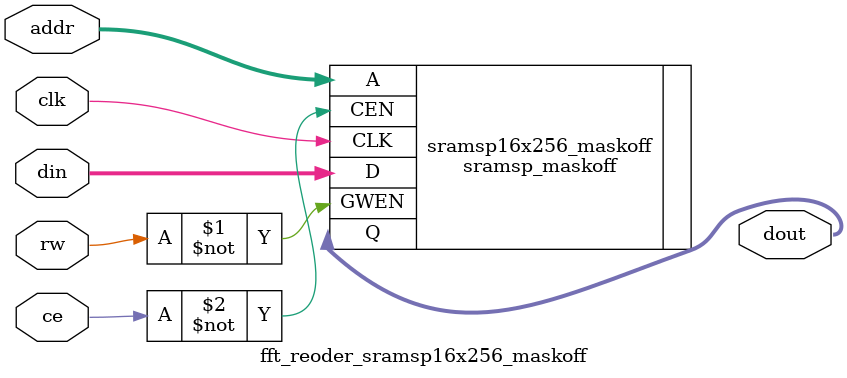
<source format=v>


module fft_reoder_sramsp16x256_maskoff (
  input clk,
  input ce,
  input rw,
  input [7:0] addr,
  input [15:0] din,
  output reg [15:0] dout
);

`ifdef TSMC_N28HPC

  sramsp16x256_tsmc28hpc sramsp16x256_maskoff (
    .CLK  (clk  ),
    .CEB  (~ce  ),
    .WEB  (~rw  ),
    .A    (addr ),
    .D    (din  ),
    .Q    (dout )
  );

`else

  sramsp_maskoff #(
    .DATA_WIDTH(16),
    .ADDR_WIDTH(8)
  ) sramsp16x256_maskoff  (
    .CLK      (clk ),
    .GWEN     (~rw ),
    .CEN      (~ce ),
    .A        (addr),
    .D        (din ),
    .Q        (dout)
  );

`endif

endmodule

</source>
